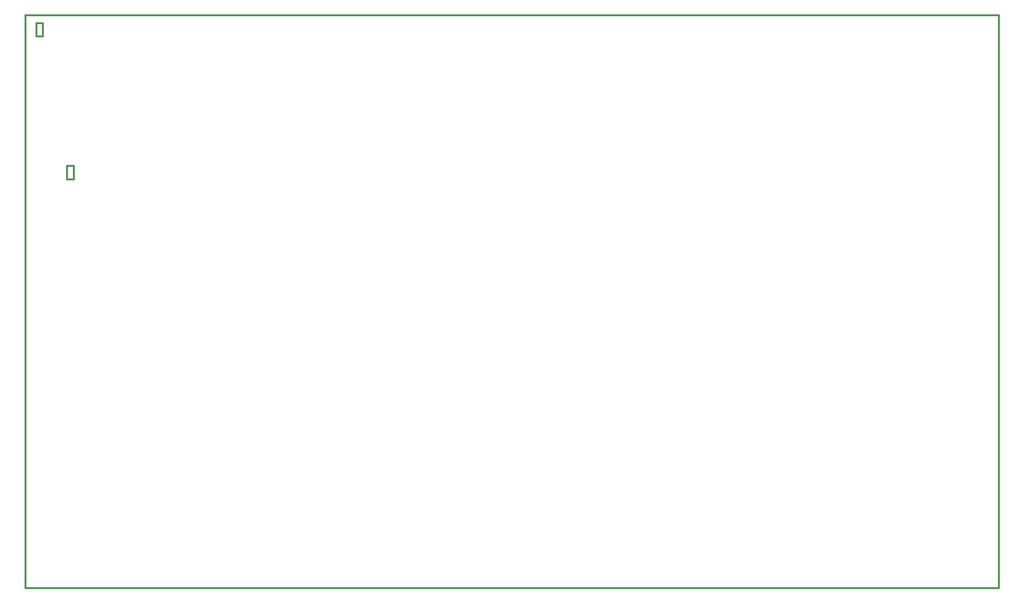
<source format=gko>
%FSLAX33Y33*%
%MOMM*%
%ADD10C,0.381*%
D10*
%LNpath-145*%
G01*
X0Y0D02*
X218200Y0D01*
X218200Y128500*
X0Y128500*
X0Y0*
X2449Y123749D02*
X3949Y123749D01*
X3949Y126749*
X2449Y126749*
X2449Y123749*
X9335Y91700D02*
X10835Y91700D01*
X10835Y94700*
X9335Y94700*
X9335Y91700*
%LNmechanical details_traces*%
M02*
</source>
